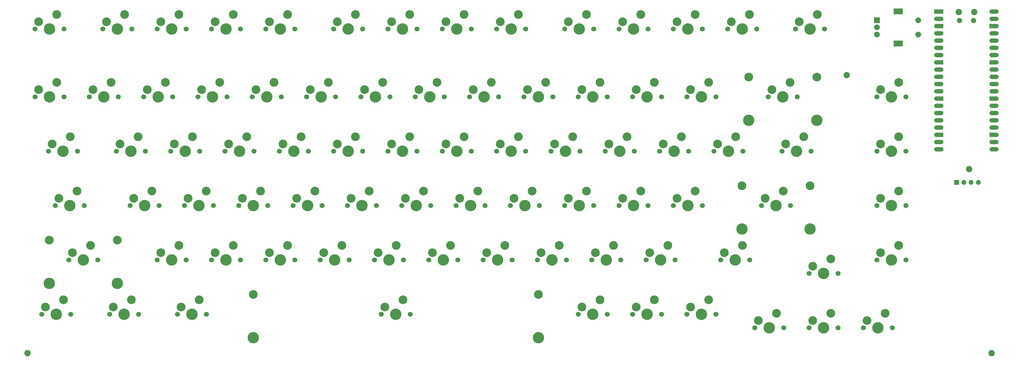
<source format=gbr>
%TF.GenerationSoftware,KiCad,Pcbnew,9.0.2*%
%TF.CreationDate,2025-06-21T15:39:45+05:00*%
%TF.ProjectId,KB75,4b423735-2e6b-4696-9361-645f70636258,V1*%
%TF.SameCoordinates,Original*%
%TF.FileFunction,Soldermask,Top*%
%TF.FilePolarity,Negative*%
%FSLAX46Y46*%
G04 Gerber Fmt 4.6, Leading zero omitted, Abs format (unit mm)*
G04 Created by KiCad (PCBNEW 9.0.2) date 2025-06-21 15:39:45*
%MOMM*%
%LPD*%
G01*
G04 APERTURE LIST*
G04 Aperture macros list*
%AMRoundRect*
0 Rectangle with rounded corners*
0 $1 Rounding radius*
0 $2 $3 $4 $5 $6 $7 $8 $9 X,Y pos of 4 corners*
0 Add a 4 corners polygon primitive as box body*
4,1,4,$2,$3,$4,$5,$6,$7,$8,$9,$2,$3,0*
0 Add four circle primitives for the rounded corners*
1,1,$1+$1,$2,$3*
1,1,$1+$1,$4,$5*
1,1,$1+$1,$6,$7*
1,1,$1+$1,$8,$9*
0 Add four rect primitives between the rounded corners*
20,1,$1+$1,$2,$3,$4,$5,0*
20,1,$1+$1,$4,$5,$6,$7,0*
20,1,$1+$1,$6,$7,$8,$9,0*
20,1,$1+$1,$8,$9,$2,$3,0*%
%AMFreePoly0*
4,1,37,0.800000,0.796148,0.878414,0.796148,1.032228,0.765552,1.177117,0.705537,1.307515,0.618408,1.418408,0.507515,1.505537,0.377117,1.565552,0.232228,1.596148,0.078414,1.596148,-0.078414,1.565552,-0.232228,1.505537,-0.377117,1.418408,-0.507515,1.307515,-0.618408,1.177117,-0.705537,1.032228,-0.765552,0.878414,-0.796148,0.800000,-0.796148,0.800000,-0.800000,-1.400000,-0.800000,
-1.403843,-0.796157,-1.439018,-0.796157,-1.511114,-0.766294,-1.566294,-0.711114,-1.596157,-0.639018,-1.596157,-0.603843,-1.600000,-0.600000,-1.600000,0.600000,-1.596157,0.603843,-1.596157,0.639018,-1.566294,0.711114,-1.511114,0.766294,-1.439018,0.796157,-1.403843,0.796157,-1.400000,0.800000,0.800000,0.800000,0.800000,0.796148,0.800000,0.796148,$1*%
%AMFreePoly1*
4,1,37,1.403843,0.796157,1.439018,0.796157,1.511114,0.766294,1.566294,0.711114,1.596157,0.639018,1.596157,0.603843,1.600000,0.600000,1.600000,-0.600000,1.596157,-0.603843,1.596157,-0.639018,1.566294,-0.711114,1.511114,-0.766294,1.439018,-0.796157,1.403843,-0.796157,1.400000,-0.800000,-0.800000,-0.800000,-0.800000,-0.796148,-0.878414,-0.796148,-1.032228,-0.765552,-1.177117,-0.705537,
-1.307515,-0.618408,-1.418408,-0.507515,-1.505537,-0.377117,-1.565552,-0.232228,-1.596148,-0.078414,-1.596148,0.078414,-1.565552,0.232228,-1.505537,0.377117,-1.418408,0.507515,-1.307515,0.618408,-1.177117,0.705537,-1.032228,0.765552,-0.878414,0.796148,-0.800000,0.796148,-0.800000,0.800000,1.400000,0.800000,1.403843,0.796157,1.403843,0.796157,$1*%
%AMFreePoly2*
4,1,37,0.603843,0.796157,0.639018,0.796157,0.711114,0.766294,0.766294,0.711114,0.796157,0.639018,0.796157,0.603843,0.800000,0.600000,0.800000,-0.600000,0.796157,-0.603843,0.796157,-0.639018,0.766294,-0.711114,0.711114,-0.766294,0.639018,-0.796157,0.603843,-0.796157,0.600000,-0.800000,0.000000,-0.800000,0.000000,-0.796148,-0.078414,-0.796148,-0.232228,-0.765552,-0.377117,-0.705537,
-0.507515,-0.618408,-0.618408,-0.507515,-0.705537,-0.377117,-0.765552,-0.232228,-0.796148,-0.078414,-0.796148,0.078414,-0.765552,0.232228,-0.705537,0.377117,-0.618408,0.507515,-0.507515,0.618408,-0.377117,0.705537,-0.232228,0.765552,-0.078414,0.796148,0.000000,0.796148,0.000000,0.800000,0.600000,0.800000,0.603843,0.796157,0.603843,0.796157,$1*%
%AMFreePoly3*
4,1,37,0.000000,0.796148,0.078414,0.796148,0.232228,0.765552,0.377117,0.705537,0.507515,0.618408,0.618408,0.507515,0.705537,0.377117,0.765552,0.232228,0.796148,0.078414,0.796148,-0.078414,0.765552,-0.232228,0.705537,-0.377117,0.618408,-0.507515,0.507515,-0.618408,0.377117,-0.705537,0.232228,-0.765552,0.078414,-0.796148,0.000000,-0.796148,0.000000,-0.800000,-0.600000,-0.800000,
-0.603843,-0.796157,-0.639018,-0.796157,-0.711114,-0.766294,-0.766294,-0.711114,-0.796157,-0.639018,-0.796157,-0.603843,-0.800000,-0.600000,-0.800000,0.600000,-0.796157,0.603843,-0.796157,0.639018,-0.766294,0.711114,-0.711114,0.766294,-0.639018,0.796157,-0.603843,0.796157,-0.600000,0.800000,0.000000,0.800000,0.000000,0.796148,0.000000,0.796148,$1*%
G04 Aperture macros list end*
%ADD10C,2.200000*%
%ADD11C,1.850000*%
%ADD12FreePoly0,0.000000*%
%ADD13RoundRect,0.200000X-0.600000X-0.600000X0.600000X-0.600000X0.600000X0.600000X-0.600000X0.600000X0*%
%ADD14RoundRect,0.800000X-0.800000X-0.000010X0.800000X-0.000010X0.800000X0.000010X-0.800000X0.000010X0*%
%ADD15C,1.600000*%
%ADD16FreePoly1,0.000000*%
%ADD17FreePoly2,0.000000*%
%ADD18FreePoly3,0.000000*%
%ADD19C,1.750000*%
%ADD20C,3.050000*%
%ADD21C,4.000000*%
%ADD22R,2.000000X2.000000*%
%ADD23C,2.000000*%
%ADD24R,3.200000X2.000000*%
%ADD25C,3.048000*%
%ADD26C,3.987800*%
%ADD27R,1.700000X1.700000*%
%ADD28O,1.700000X1.700000*%
G04 APERTURE END LIST*
D10*
%TO.C,A1*%
X367404482Y-44385026D03*
D11*
X367704482Y-47415026D03*
X372554482Y-47415026D03*
D10*
X372854482Y-44385026D03*
D12*
X360439482Y-44255026D03*
D13*
X361239482Y-44255026D03*
D14*
X360439482Y-46795026D03*
D15*
X361239482Y-46795026D03*
D16*
X360439482Y-49335026D03*
D17*
X361239482Y-49335026D03*
D14*
X360439482Y-51875026D03*
D15*
X361239482Y-51875026D03*
D14*
X360439482Y-54415026D03*
D15*
X361239482Y-54415026D03*
D14*
X360439482Y-56955026D03*
D15*
X361239482Y-56955026D03*
D14*
X360439482Y-59495026D03*
D15*
X361239482Y-59495026D03*
D16*
X360439482Y-62035026D03*
D17*
X361239482Y-62035026D03*
D14*
X360439482Y-64575026D03*
D15*
X361239482Y-64575026D03*
D14*
X360439482Y-67115026D03*
D15*
X361239482Y-67115026D03*
D14*
X360439482Y-69655026D03*
D15*
X361239482Y-69655026D03*
D14*
X360439482Y-72195026D03*
D15*
X361239482Y-72195026D03*
D16*
X360439482Y-74735026D03*
D17*
X361239482Y-74735026D03*
D14*
X360439482Y-77275026D03*
D15*
X361239482Y-77275026D03*
D14*
X360439482Y-79815026D03*
D15*
X361239482Y-79815026D03*
D14*
X360439482Y-82355026D03*
D15*
X361239482Y-82355026D03*
D14*
X360439482Y-84895026D03*
D15*
X361239482Y-84895026D03*
D16*
X360439482Y-87435026D03*
D17*
X361239482Y-87435026D03*
D14*
X360439482Y-89975026D03*
D15*
X361239482Y-89975026D03*
D14*
X360439482Y-92515026D03*
D15*
X361239482Y-92515026D03*
X379019482Y-92515026D03*
D14*
X379819482Y-92515026D03*
D15*
X379019482Y-89975026D03*
D14*
X379819482Y-89975026D03*
D18*
X379019482Y-87435026D03*
D12*
X379819482Y-87435026D03*
D15*
X379019482Y-84895026D03*
D14*
X379819482Y-84895026D03*
D15*
X379019482Y-82355026D03*
D14*
X379819482Y-82355026D03*
D15*
X379019482Y-79815026D03*
D14*
X379819482Y-79815026D03*
D15*
X379019482Y-77275026D03*
D14*
X379819482Y-77275026D03*
D18*
X379019482Y-74735026D03*
D12*
X379819482Y-74735026D03*
D15*
X379019482Y-72195026D03*
D14*
X379819482Y-72195026D03*
D15*
X379019482Y-69655026D03*
D14*
X379819482Y-69655026D03*
D15*
X379019482Y-67115026D03*
D14*
X379819482Y-67115026D03*
D15*
X379019482Y-64575026D03*
D14*
X379819482Y-64575026D03*
D18*
X379019482Y-62035026D03*
D12*
X379819482Y-62035026D03*
D15*
X379019482Y-59495026D03*
D14*
X379819482Y-59495026D03*
D15*
X379019482Y-56955026D03*
D14*
X379819482Y-56955026D03*
D15*
X379019482Y-54415026D03*
D14*
X379819482Y-54415026D03*
D15*
X379019482Y-51875026D03*
D14*
X379819482Y-51875026D03*
D18*
X379019482Y-49335026D03*
D12*
X379819482Y-49335026D03*
D15*
X379019482Y-46795026D03*
D14*
X379819482Y-46795026D03*
D15*
X379019482Y-44255026D03*
D14*
X379819482Y-44255026D03*
%TD*%
D19*
%TO.C,SW11*%
X248262500Y-50337500D03*
D20*
X249532500Y-47797500D03*
D21*
X253342500Y-50337500D03*
D20*
X255882500Y-45257500D03*
D19*
X258422500Y-50337500D03*
%TD*%
%TO.C,SW44*%
X338750000Y-93200000D03*
D20*
X340020000Y-90660000D03*
D21*
X343830000Y-93200000D03*
D20*
X346370000Y-88120000D03*
D19*
X348910000Y-93200000D03*
%TD*%
%TO.C,SW37*%
X186350000Y-93200000D03*
D20*
X187620000Y-90660000D03*
D21*
X191430000Y-93200000D03*
D20*
X193970000Y-88120000D03*
D19*
X196510000Y-93200000D03*
%TD*%
%TO.C,SW19*%
X119675000Y-74150000D03*
D20*
X120945000Y-71610000D03*
D21*
X124755000Y-74150000D03*
D20*
X127295000Y-69070000D03*
D19*
X129835000Y-74150000D03*
%TD*%
%TO.C,SW62*%
X124437500Y-131300000D03*
D20*
X125707500Y-128760000D03*
D21*
X129517500Y-131300000D03*
D20*
X132057500Y-126220000D03*
D19*
X134597500Y-131300000D03*
%TD*%
D10*
%TO.C,REF\u002A\u002A*%
X328180000Y-66490000D03*
%TD*%
D19*
%TO.C,SW16*%
X62525000Y-74150000D03*
D20*
X63795000Y-71610000D03*
D21*
X67605000Y-74150000D03*
D20*
X70145000Y-69070000D03*
D19*
X72685000Y-74150000D03*
%TD*%
%TO.C,SW74*%
X69668750Y-150350000D03*
D20*
X70938750Y-147810000D03*
D21*
X74748750Y-150350000D03*
D20*
X77288750Y-145270000D03*
D19*
X79828750Y-150350000D03*
%TD*%
%TO.C,SW5*%
X124437500Y-50337500D03*
D20*
X125707500Y-47797500D03*
D21*
X129517500Y-50337500D03*
D20*
X132057500Y-45257500D03*
D19*
X134597500Y-50337500D03*
%TD*%
%TO.C,SW22*%
X176825000Y-74150000D03*
D20*
X178095000Y-71610000D03*
D21*
X181905000Y-74150000D03*
D20*
X184445000Y-69070000D03*
D19*
X186985000Y-74150000D03*
%TD*%
%TO.C,SW67*%
X219687500Y-131300000D03*
D20*
X220957500Y-128760000D03*
D21*
X224767500Y-131300000D03*
D20*
X227307500Y-126220000D03*
D19*
X229847500Y-131300000D03*
%TD*%
%TO.C,SW48*%
X114912500Y-112250000D03*
D20*
X116182500Y-109710000D03*
D21*
X119992500Y-112250000D03*
D20*
X122532500Y-107170000D03*
D19*
X125072500Y-112250000D03*
%TD*%
%TO.C,SW13*%
X286362500Y-50337500D03*
D20*
X287632500Y-47797500D03*
D21*
X291442500Y-50337500D03*
D20*
X293982500Y-45257500D03*
D19*
X296522500Y-50337500D03*
%TD*%
%TO.C,SW25*%
X233975000Y-74150000D03*
D20*
X235245000Y-71610000D03*
D21*
X239055000Y-74150000D03*
D20*
X241595000Y-69070000D03*
D19*
X244135000Y-74150000D03*
%TD*%
%TO.C,SW30*%
X48237500Y-93200000D03*
D20*
X49507500Y-90660000D03*
D21*
X53317500Y-93200000D03*
D20*
X55857500Y-88120000D03*
D19*
X58397500Y-93200000D03*
%TD*%
%TO.C,SW40*%
X243500000Y-93200000D03*
D20*
X244770000Y-90660000D03*
D21*
X248580000Y-93200000D03*
D20*
X251120000Y-88120000D03*
D19*
X253660000Y-93200000D03*
%TD*%
%TO.C,SW24*%
X214925000Y-74150000D03*
D20*
X216195000Y-71610000D03*
D21*
X220005000Y-74150000D03*
D20*
X222545000Y-69070000D03*
D19*
X225085000Y-74150000D03*
%TD*%
%TO.C,SW82*%
X333987500Y-155112500D03*
D20*
X335257500Y-152572500D03*
D21*
X339067500Y-155112500D03*
D20*
X341607500Y-150032500D03*
D19*
X344147500Y-155112500D03*
%TD*%
%TO.C,SW10*%
X229212500Y-50337500D03*
D20*
X230482500Y-47797500D03*
D21*
X234292500Y-50337500D03*
D20*
X236832500Y-45257500D03*
D19*
X239372500Y-50337500D03*
%TD*%
%TO.C,SW31*%
X72050000Y-93200000D03*
D20*
X73320000Y-90660000D03*
D21*
X77130000Y-93200000D03*
D20*
X79670000Y-88120000D03*
D19*
X82210000Y-93200000D03*
%TD*%
D10*
%TO.C,REF\u002A\u002A*%
X378957047Y-163970000D03*
%TD*%
%TO.C,REF\u002A\u002A*%
X40860000Y-163970000D03*
%TD*%
D19*
%TO.C,SW38*%
X205400000Y-93200000D03*
D20*
X206670000Y-90660000D03*
D21*
X210480000Y-93200000D03*
D20*
X213020000Y-88120000D03*
D19*
X215560000Y-93200000D03*
%TD*%
%TO.C,SW63*%
X143487500Y-131300000D03*
D20*
X144757500Y-128760000D03*
D21*
X148567500Y-131300000D03*
D20*
X151107500Y-126220000D03*
D19*
X153647500Y-131300000D03*
%TD*%
D10*
%TO.C,REF\u002A\u002A*%
X371070000Y-99470000D03*
%TD*%
D19*
%TO.C,SW76*%
X164918750Y-150350000D03*
D20*
X166188750Y-147810000D03*
D21*
X169998750Y-150350000D03*
D20*
X172538750Y-145270000D03*
D19*
X175078750Y-150350000D03*
%TD*%
D22*
%TO.C,SW83*%
X338694482Y-47295026D03*
D23*
X338694482Y-52295026D03*
X338694482Y-49795026D03*
D24*
X346194482Y-44195026D03*
X346194482Y-55395026D03*
D23*
X353194482Y-52295026D03*
X353194482Y-47295026D03*
%TD*%
D19*
%TO.C,SW7*%
X167300000Y-50337500D03*
D20*
X168570000Y-47797500D03*
D21*
X172380000Y-50337500D03*
D20*
X174920000Y-45257500D03*
D19*
X177460000Y-50337500D03*
%TD*%
D25*
%TO.C,ST59*%
X48523250Y-124315000D03*
D26*
X48523250Y-139525000D03*
D25*
X72399250Y-124315000D03*
D26*
X72399250Y-139525000D03*
%TD*%
D25*
%TO.C,ST76*%
X119998750Y-143365000D03*
D26*
X119998750Y-158575000D03*
D25*
X219998750Y-143365000D03*
D26*
X219998750Y-158575000D03*
%TD*%
D19*
%TO.C,SW53*%
X210162500Y-112250000D03*
D20*
X211432500Y-109710000D03*
D21*
X215242500Y-112250000D03*
D20*
X217782500Y-107170000D03*
D19*
X220322500Y-112250000D03*
%TD*%
%TO.C,SW65*%
X181587500Y-131300000D03*
D20*
X182857500Y-128760000D03*
D21*
X186667500Y-131300000D03*
D20*
X189207500Y-126220000D03*
D19*
X191747500Y-131300000D03*
%TD*%
%TO.C,SW56*%
X267312500Y-112250000D03*
D20*
X268582500Y-109710000D03*
D21*
X272392500Y-112250000D03*
D20*
X274932500Y-107170000D03*
D19*
X277472500Y-112250000D03*
%TD*%
%TO.C,SW21*%
X157775000Y-74150000D03*
D20*
X159045000Y-71610000D03*
D21*
X162855000Y-74150000D03*
D20*
X165395000Y-69070000D03*
D19*
X167935000Y-74150000D03*
%TD*%
%TO.C,SW2*%
X67287500Y-50337500D03*
D20*
X68557500Y-47797500D03*
D21*
X72367500Y-50337500D03*
D20*
X74907500Y-45257500D03*
D19*
X77447500Y-50337500D03*
%TD*%
%TO.C,SW81*%
X314937500Y-155112500D03*
D20*
X316207500Y-152572500D03*
D21*
X320017500Y-155112500D03*
D20*
X322557500Y-150032500D03*
D19*
X325097500Y-155112500D03*
%TD*%
%TO.C,SW50*%
X153012500Y-112250000D03*
D20*
X154282500Y-109710000D03*
D21*
X158092500Y-112250000D03*
D20*
X160632500Y-107170000D03*
D19*
X163172500Y-112250000D03*
%TD*%
%TO.C,SW28*%
X300650000Y-74150000D03*
D20*
X301920000Y-71610000D03*
D21*
X305730000Y-74150000D03*
D20*
X308270000Y-69070000D03*
D19*
X310810000Y-74150000D03*
%TD*%
%TO.C,SW51*%
X172062500Y-112250000D03*
D20*
X173332500Y-109710000D03*
D21*
X177142500Y-112250000D03*
D20*
X179682500Y-107170000D03*
D19*
X182222500Y-112250000D03*
%TD*%
%TO.C,SW43*%
X305412500Y-93200000D03*
D20*
X306682500Y-90660000D03*
D21*
X310492500Y-93200000D03*
D20*
X313032500Y-88120000D03*
D19*
X315572500Y-93200000D03*
%TD*%
%TO.C,SW39*%
X224450000Y-93200000D03*
D20*
X225720000Y-90660000D03*
D21*
X229530000Y-93200000D03*
D20*
X232070000Y-88120000D03*
D19*
X234610000Y-93200000D03*
%TD*%
%TO.C,SW35*%
X148250000Y-93200000D03*
D20*
X149520000Y-90660000D03*
D21*
X153330000Y-93200000D03*
D20*
X155870000Y-88120000D03*
D19*
X158410000Y-93200000D03*
%TD*%
%TO.C,SW9*%
X205400000Y-50337500D03*
D20*
X206670000Y-47797500D03*
D21*
X210480000Y-50337500D03*
D20*
X213020000Y-45257500D03*
D19*
X215560000Y-50337500D03*
%TD*%
%TO.C,SW73*%
X45856250Y-150350000D03*
D20*
X47126250Y-147810000D03*
D21*
X50936250Y-150350000D03*
D20*
X53476250Y-145270000D03*
D19*
X56016250Y-150350000D03*
%TD*%
%TO.C,SW18*%
X100625000Y-74150000D03*
D20*
X101895000Y-71610000D03*
D21*
X105705000Y-74150000D03*
D20*
X108245000Y-69070000D03*
D19*
X110785000Y-74150000D03*
%TD*%
%TO.C,SW3*%
X86337500Y-50337500D03*
D20*
X87607500Y-47797500D03*
D21*
X91417500Y-50337500D03*
D20*
X93957500Y-45257500D03*
D19*
X96497500Y-50337500D03*
%TD*%
%TO.C,SW61*%
X105387500Y-131300000D03*
D20*
X106657500Y-128760000D03*
D21*
X110467500Y-131300000D03*
D20*
X113007500Y-126220000D03*
D19*
X115547500Y-131300000D03*
%TD*%
%TO.C,SW6*%
X148250000Y-50337500D03*
D20*
X149520000Y-47797500D03*
D21*
X153330000Y-50337500D03*
D20*
X155870000Y-45257500D03*
D19*
X158410000Y-50337500D03*
%TD*%
%TO.C,SW70*%
X283981250Y-131300000D03*
D20*
X285251250Y-128760000D03*
D21*
X289061250Y-131300000D03*
D20*
X291601250Y-126220000D03*
D19*
X294141250Y-131300000D03*
%TD*%
%TO.C,SW57*%
X298268750Y-112250000D03*
D20*
X299538750Y-109710000D03*
D21*
X303348750Y-112250000D03*
D20*
X305888750Y-107170000D03*
D19*
X308428750Y-112250000D03*
%TD*%
%TO.C,SW46*%
X76812500Y-112250000D03*
D20*
X78082500Y-109710000D03*
D21*
X81892500Y-112250000D03*
D20*
X84432500Y-107170000D03*
D19*
X86972500Y-112250000D03*
%TD*%
%TO.C,SW12*%
X267312500Y-50337500D03*
D20*
X268582500Y-47797500D03*
D21*
X272392500Y-50337500D03*
D20*
X274932500Y-45257500D03*
D19*
X277472500Y-50337500D03*
%TD*%
D27*
%TO.C,OLED1*%
X366709482Y-104120026D03*
D28*
X369249482Y-104120026D03*
X371789482Y-104120026D03*
X374329482Y-104120026D03*
%TD*%
D19*
%TO.C,SW64*%
X162537500Y-131300000D03*
D20*
X163807500Y-128760000D03*
D21*
X167617500Y-131300000D03*
D20*
X170157500Y-126220000D03*
D19*
X172697500Y-131300000D03*
%TD*%
%TO.C,SW42*%
X281600000Y-93200000D03*
D20*
X282870000Y-90660000D03*
D21*
X286680000Y-93200000D03*
D20*
X289220000Y-88120000D03*
D19*
X291760000Y-93200000D03*
%TD*%
%TO.C,SW4*%
X105387500Y-50337500D03*
D20*
X106657500Y-47797500D03*
D21*
X110467500Y-50337500D03*
D20*
X113007500Y-45257500D03*
D19*
X115547500Y-50337500D03*
%TD*%
D25*
%TO.C,ST28*%
X293792000Y-67165000D03*
D26*
X293792000Y-82375000D03*
D25*
X317668000Y-67165000D03*
D26*
X317668000Y-82375000D03*
%TD*%
D19*
%TO.C,SW49*%
X133962500Y-112250000D03*
D20*
X135232500Y-109710000D03*
D21*
X139042500Y-112250000D03*
D20*
X141582500Y-107170000D03*
D19*
X144122500Y-112250000D03*
%TD*%
%TO.C,SW66*%
X200637500Y-131300000D03*
D20*
X201907500Y-128760000D03*
D21*
X205717500Y-131300000D03*
D20*
X208257500Y-126220000D03*
D19*
X210797500Y-131300000D03*
%TD*%
%TO.C,SW47*%
X95862500Y-112250000D03*
D20*
X97132500Y-109710000D03*
D21*
X100942500Y-112250000D03*
D20*
X103482500Y-107170000D03*
D19*
X106022500Y-112250000D03*
%TD*%
%TO.C,SW75*%
X93481250Y-150350000D03*
D20*
X94751250Y-147810000D03*
D21*
X98561250Y-150350000D03*
D20*
X101101250Y-145270000D03*
D19*
X103641250Y-150350000D03*
%TD*%
%TO.C,SW29*%
X338750000Y-74150000D03*
D20*
X340020000Y-71610000D03*
D21*
X343830000Y-74150000D03*
D20*
X346370000Y-69070000D03*
D19*
X348910000Y-74150000D03*
%TD*%
%TO.C,SW45*%
X50618750Y-112250000D03*
D20*
X51888750Y-109710000D03*
D21*
X55698750Y-112250000D03*
D20*
X58238750Y-107170000D03*
D19*
X60778750Y-112250000D03*
%TD*%
%TO.C,SW77*%
X233975000Y-150350000D03*
D20*
X235245000Y-147810000D03*
D21*
X239055000Y-150350000D03*
D20*
X241595000Y-145270000D03*
D19*
X244135000Y-150350000D03*
%TD*%
%TO.C,SW80*%
X295887500Y-155112500D03*
D20*
X297157500Y-152572500D03*
D21*
X300967500Y-155112500D03*
D20*
X303507500Y-150032500D03*
D19*
X306047500Y-155112500D03*
%TD*%
%TO.C,SW1*%
X43475000Y-50337500D03*
D20*
X44745000Y-47797500D03*
D21*
X48555000Y-50337500D03*
D20*
X51095000Y-45257500D03*
D19*
X53635000Y-50337500D03*
%TD*%
%TO.C,SW54*%
X229212500Y-112250000D03*
D20*
X230482500Y-109710000D03*
D21*
X234292500Y-112250000D03*
D20*
X236832500Y-107170000D03*
D19*
X239372500Y-112250000D03*
%TD*%
%TO.C,SW36*%
X167300000Y-93200000D03*
D20*
X168570000Y-90660000D03*
D21*
X172380000Y-93200000D03*
D20*
X174920000Y-88120000D03*
D19*
X177460000Y-93200000D03*
%TD*%
%TO.C,SW69*%
X257787500Y-131300000D03*
D20*
X259057500Y-128760000D03*
D21*
X262867500Y-131300000D03*
D20*
X265407500Y-126220000D03*
D19*
X267947500Y-131300000D03*
%TD*%
%TO.C,SW68*%
X238737500Y-131300000D03*
D20*
X240007500Y-128760000D03*
D21*
X243817500Y-131300000D03*
D20*
X246357500Y-126220000D03*
D19*
X248897500Y-131300000D03*
%TD*%
%TO.C,SW20*%
X138725000Y-74150000D03*
D20*
X139995000Y-71610000D03*
D21*
X143805000Y-74150000D03*
D20*
X146345000Y-69070000D03*
D19*
X148885000Y-74150000D03*
%TD*%
%TO.C,SW17*%
X81575000Y-74150000D03*
D20*
X82845000Y-71610000D03*
D21*
X86655000Y-74150000D03*
D20*
X89195000Y-69070000D03*
D19*
X91735000Y-74150000D03*
%TD*%
%TO.C,SW55*%
X248262500Y-112250000D03*
D20*
X249532500Y-109710000D03*
D21*
X253342500Y-112250000D03*
D20*
X255882500Y-107170000D03*
D19*
X258422500Y-112250000D03*
%TD*%
%TO.C,SW33*%
X110150000Y-93200000D03*
D20*
X111420000Y-90660000D03*
D21*
X115230000Y-93200000D03*
D20*
X117770000Y-88120000D03*
D19*
X120310000Y-93200000D03*
%TD*%
%TO.C,SW58*%
X338750000Y-112250000D03*
D20*
X340020000Y-109710000D03*
D21*
X343830000Y-112250000D03*
D20*
X346370000Y-107170000D03*
D19*
X348910000Y-112250000D03*
%TD*%
%TO.C,SW78*%
X253025000Y-150350000D03*
D20*
X254295000Y-147810000D03*
D21*
X258105000Y-150350000D03*
D20*
X260645000Y-145270000D03*
D19*
X263185000Y-150350000D03*
%TD*%
%TO.C,SW15*%
X43475000Y-74150000D03*
D20*
X44745000Y-71610000D03*
D21*
X48555000Y-74150000D03*
D20*
X51095000Y-69070000D03*
D19*
X53635000Y-74150000D03*
%TD*%
%TO.C,SW32*%
X91100000Y-93200000D03*
D20*
X92370000Y-90660000D03*
D21*
X96180000Y-93200000D03*
D20*
X98720000Y-88120000D03*
D19*
X101260000Y-93200000D03*
%TD*%
%TO.C,SW34*%
X129200000Y-93200000D03*
D20*
X130470000Y-90660000D03*
D21*
X134280000Y-93200000D03*
D20*
X136820000Y-88120000D03*
D19*
X139360000Y-93200000D03*
%TD*%
%TO.C,SW8*%
X186350000Y-50337500D03*
D20*
X187620000Y-47797500D03*
D21*
X191430000Y-50337500D03*
D20*
X193970000Y-45257500D03*
D19*
X196510000Y-50337500D03*
%TD*%
%TO.C,SW52*%
X191112500Y-112250000D03*
D20*
X192382500Y-109710000D03*
D21*
X196192500Y-112250000D03*
D20*
X198732500Y-107170000D03*
D19*
X201272500Y-112250000D03*
%TD*%
%TO.C,SW79*%
X272075000Y-150350000D03*
D20*
X273345000Y-147810000D03*
D21*
X277155000Y-150350000D03*
D20*
X279695000Y-145270000D03*
D19*
X282235000Y-150350000D03*
%TD*%
%TO.C,SW71*%
X314937500Y-136062500D03*
D20*
X316207500Y-133522500D03*
D21*
X320017500Y-136062500D03*
D20*
X322557500Y-130982500D03*
D19*
X325097500Y-136062500D03*
%TD*%
%TO.C,SW41*%
X262550000Y-93200000D03*
D20*
X263820000Y-90660000D03*
D21*
X267630000Y-93200000D03*
D20*
X270170000Y-88120000D03*
D19*
X272710000Y-93200000D03*
%TD*%
%TO.C,SW23*%
X195875000Y-74150000D03*
D20*
X197145000Y-71610000D03*
D21*
X200955000Y-74150000D03*
D20*
X203495000Y-69070000D03*
D19*
X206035000Y-74150000D03*
%TD*%
%TO.C,SW27*%
X272075000Y-74150000D03*
D20*
X273345000Y-71610000D03*
D21*
X277155000Y-74150000D03*
D20*
X279695000Y-69070000D03*
D19*
X282235000Y-74150000D03*
%TD*%
%TO.C,SW59*%
X55381250Y-131300000D03*
D20*
X56651250Y-128760000D03*
D21*
X60461250Y-131300000D03*
D20*
X63001250Y-126220000D03*
D19*
X65541250Y-131300000D03*
%TD*%
%TO.C,SW14*%
X310175000Y-50337500D03*
D20*
X311445000Y-47797500D03*
D21*
X315255000Y-50337500D03*
D20*
X317795000Y-45257500D03*
D19*
X320335000Y-50337500D03*
%TD*%
%TO.C,SW26*%
X253025000Y-74150000D03*
D20*
X254295000Y-71610000D03*
D21*
X258105000Y-74150000D03*
D20*
X260645000Y-69070000D03*
D19*
X263185000Y-74150000D03*
%TD*%
%TO.C,SW60*%
X86337500Y-131300000D03*
D20*
X87607500Y-128760000D03*
D21*
X91417500Y-131300000D03*
D20*
X93957500Y-126220000D03*
D19*
X96497500Y-131300000D03*
%TD*%
%TO.C,SW72*%
X338750000Y-131300000D03*
D20*
X340020000Y-128760000D03*
D21*
X343830000Y-131300000D03*
D20*
X346370000Y-126220000D03*
D19*
X348910000Y-131300000D03*
%TD*%
D25*
%TO.C,ST57*%
X291410750Y-105265000D03*
D26*
X291410750Y-120475000D03*
D25*
X315286750Y-105265000D03*
D26*
X315286750Y-120475000D03*
%TD*%
M02*

</source>
